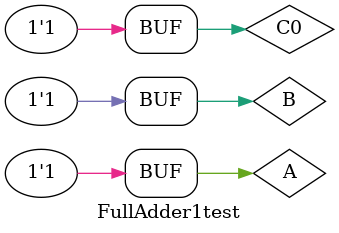
<source format=v>
`timescale 1ns / 1ps


module FullAdder1test;

	// Inputs
	reg C0;
	reg A;
	reg B;

	// Outputs
	wire F;
	wire C1;

	// Instantiate the Unit Under Test (UUT)
	FullAdder1 uut (
		.F(F), 
		.C0(C0), 
		.C1(C1), 
		.A(A), 
		.B(B)
	);

	initial begin
		// Initialize Inputs
		C0 = 0;
		A = 0;
		B = 0;

		// Wait 100 ns for global reset to finish
		#100;
        
		// Add stimulus here
		C0=1;
		
		#100;
		B=1;
		C0=0;
		#100;
		C0=1;
		#100;
		A=1;
		B=0;
		C0=0;
		#100;
		C0=1;
		#100;
		B=1;
		C0=0;
		#100;
		C0=1;
	end
      
endmodule


</source>
